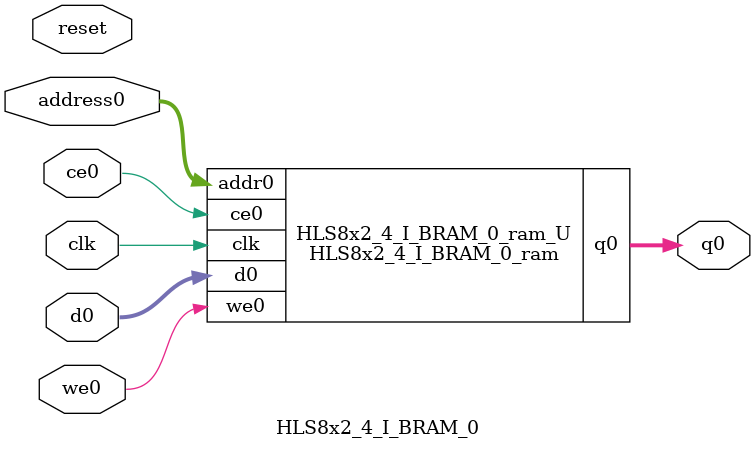
<source format=v>

`timescale 1 ns / 1 ps
module HLS8x2_4_I_BRAM_0_ram (addr0, ce0, d0, we0, q0,  clk);

parameter DWIDTH = 16;
parameter AWIDTH = 8;
parameter MEM_SIZE = 225;

input[AWIDTH-1:0] addr0;
input ce0;
input[DWIDTH-1:0] d0;
input we0;
output reg[DWIDTH-1:0] q0;
input clk;

(* ram_style = "block" *)reg [DWIDTH-1:0] ram[0:MEM_SIZE-1];




always @(posedge clk)  
begin 
    if (ce0) 
    begin
        if (we0) 
        begin 
            ram[addr0] <= d0; 
            q0 <= d0;
        end 
        else 
            q0 <= ram[addr0];
    end
end


endmodule


`timescale 1 ns / 1 ps
module HLS8x2_4_I_BRAM_0(
    reset,
    clk,
    address0,
    ce0,
    we0,
    d0,
    q0);

parameter DataWidth = 32'd16;
parameter AddressRange = 32'd225;
parameter AddressWidth = 32'd8;
input reset;
input clk;
input[AddressWidth - 1:0] address0;
input ce0;
input we0;
input[DataWidth - 1:0] d0;
output[DataWidth - 1:0] q0;



HLS8x2_4_I_BRAM_0_ram HLS8x2_4_I_BRAM_0_ram_U(
    .clk( clk ),
    .addr0( address0 ),
    .ce0( ce0 ),
    .d0( d0 ),
    .we0( we0 ),
    .q0( q0 ));

endmodule


</source>
